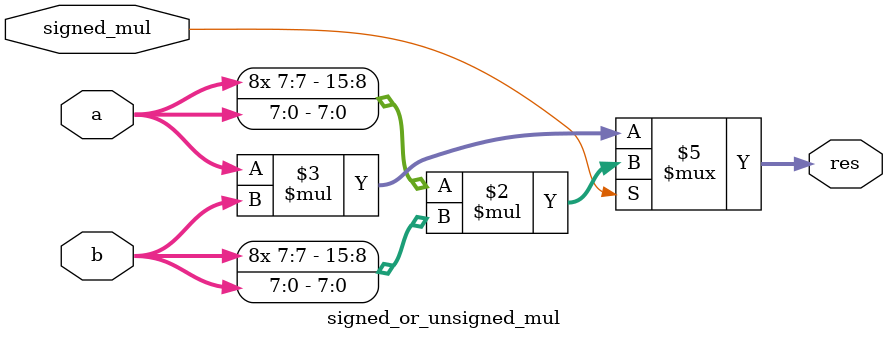
<source format=sv>


module signed_mul_4
(
  input  signed [3:0] a, b,
  output signed [7:0] res
);

  assign res = a * b;

endmodule

// A parameterized module
// that implements the unsigned multiplication of N-bit numbers
// which produces 2N-bit result

module unsigned_mul
# (
  parameter n = 8
)
(
  input  [    n - 1:0] a, b,
  output [2 * n - 1:0] res
);

  assign res = a * b;

endmodule

//----------------------------------------------------------------------------
// Task
//----------------------------------------------------------------------------

// Task:
//
// Implement a parameterized module
// that produces either signed or unsigned result
// of the multiplication depending on the 'signed_mul' input bit.

module signed_or_unsigned_mul
#(
  parameter int n = 8
)
(
  input  logic [    n-1:0] a, b,
  input  logic             signed_mul,
  output logic [2*n-1:0]   res
);

  always_comb begin
    if (signed_mul)
      res = $signed(a) * $signed(b);
    else
      res = a * b;
  end

endmodule




</source>
